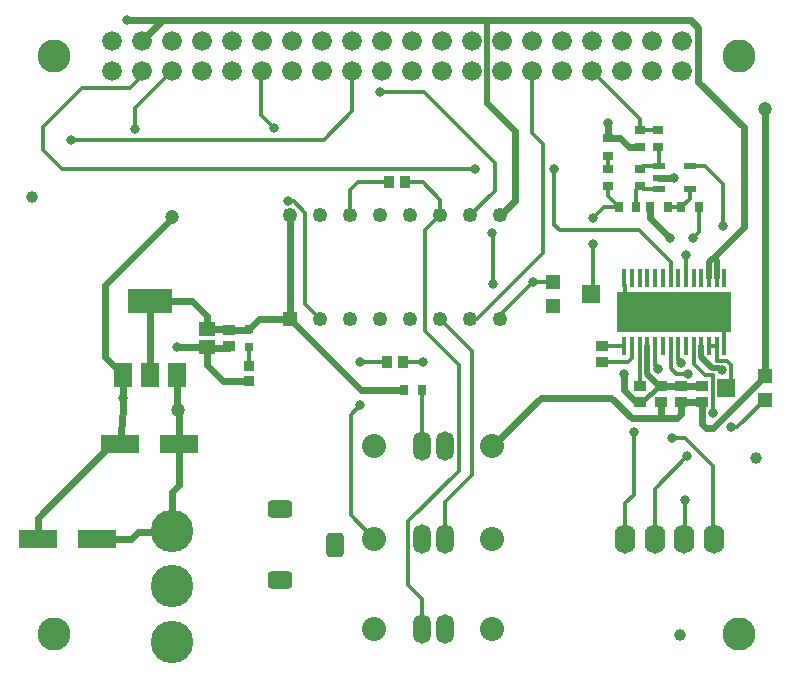
<source format=gtl>
G04*
G04 #@! TF.GenerationSoftware,Altium Limited,Altium Designer,18.1.7 (191)*
G04*
G04 Layer_Physical_Order=1*
G04 Layer_Color=255*
%FSLAX25Y25*%
%MOIN*%
G70*
G01*
G75*
%ADD17R,0.04724X0.04724*%
%ADD18R,0.05906X0.06299*%
%ADD19R,0.03543X0.02756*%
%ADD20R,0.02756X0.03543*%
%ADD21R,0.03937X0.02362*%
G04:AMPARAMS|DCode=22|XSize=39.37mil|YSize=39.37mil|CornerRadius=19.68mil|HoleSize=0mil|Usage=FLASHONLY|Rotation=0.000|XOffset=0mil|YOffset=0mil|HoleType=Round|Shape=RoundedRectangle|*
%AMROUNDEDRECTD22*
21,1,0.03937,0.00000,0,0,0.0*
21,1,0.00000,0.03937,0,0,0.0*
1,1,0.03937,0.00000,0.00000*
1,1,0.03937,0.00000,0.00000*
1,1,0.03937,0.00000,0.00000*
1,1,0.03937,0.00000,0.00000*
%
%ADD22ROUNDEDRECTD22*%
%ADD23R,0.03543X0.03937*%
%ADD24R,0.03740X0.03347*%
%ADD25R,0.03150X0.03150*%
%ADD26R,0.05512X0.05118*%
%ADD27R,0.03937X0.03543*%
%ADD28R,0.14961X0.07874*%
%ADD29R,0.05906X0.07874*%
%ADD30R,0.12598X0.06299*%
G04:AMPARAMS|DCode=31|XSize=61.81mil|YSize=16.14mil|CornerRadius=2.02mil|HoleSize=0mil|Usage=FLASHONLY|Rotation=90.000|XOffset=0mil|YOffset=0mil|HoleType=Round|Shape=RoundedRectangle|*
%AMROUNDEDRECTD31*
21,1,0.06181,0.01211,0,0,90.0*
21,1,0.05778,0.01614,0,0,90.0*
1,1,0.00404,0.00605,0.02889*
1,1,0.00404,0.00605,-0.02889*
1,1,0.00404,-0.00605,-0.02889*
1,1,0.00404,-0.00605,0.02889*
%
%ADD31ROUNDEDRECTD31*%
%ADD47R,0.38189X0.13386*%
%ADD57C,0.02000*%
%ADD63C,0.01378*%
%ADD64C,0.02402*%
%ADD65C,0.01968*%
%ADD66C,0.01772*%
%ADD67O,0.06890X0.09843*%
G04:AMPARAMS|DCode=68|XSize=82.68mil|YSize=59.06mil|CornerRadius=14.76mil|HoleSize=0mil|Usage=FLASHONLY|Rotation=180.000|XOffset=0mil|YOffset=0mil|HoleType=Round|Shape=RoundedRectangle|*
%AMROUNDEDRECTD68*
21,1,0.08268,0.02953,0,0,180.0*
21,1,0.05315,0.05906,0,0,180.0*
1,1,0.02953,-0.02657,0.01476*
1,1,0.02953,0.02657,0.01476*
1,1,0.02953,0.02657,-0.01476*
1,1,0.02953,-0.02657,-0.01476*
%
%ADD68ROUNDEDRECTD68*%
G04:AMPARAMS|DCode=69|XSize=82.68mil|YSize=59.06mil|CornerRadius=14.76mil|HoleSize=0mil|Usage=FLASHONLY|Rotation=270.000|XOffset=0mil|YOffset=0mil|HoleType=Round|Shape=RoundedRectangle|*
%AMROUNDEDRECTD69*
21,1,0.08268,0.02953,0,0,270.0*
21,1,0.05315,0.05906,0,0,270.0*
1,1,0.02953,-0.01476,-0.02657*
1,1,0.02953,-0.01476,0.02657*
1,1,0.02953,0.01476,0.02657*
1,1,0.02953,0.01476,-0.02657*
%
%ADD69ROUNDEDRECTD69*%
%ADD70C,0.14173*%
%ADD71O,0.05906X0.09843*%
%ADD72C,0.08000*%
%ADD73R,0.04921X0.04921*%
%ADD74C,0.04921*%
%ADD75C,0.06600*%
%ADD76C,0.11024*%
%ADD77C,0.03150*%
%ADD78C,0.04724*%
D17*
X279921Y231102D02*
D03*
Y223228D02*
D03*
X350591Y199803D02*
D03*
Y191929D02*
D03*
D18*
X292717Y227165D02*
D03*
X337795Y195866D02*
D03*
D19*
X298347Y263189D02*
D03*
X298347Y269094D02*
D03*
X309173Y276181D02*
D03*
X309173Y282087D02*
D03*
X315079Y282087D02*
D03*
X315079Y276181D02*
D03*
X309173Y269094D02*
D03*
Y263189D02*
D03*
X298347Y273425D02*
D03*
X298347Y279331D02*
D03*
D20*
X307796Y256299D02*
D03*
X301890Y256299D02*
D03*
X322756Y256299D02*
D03*
X328662Y256299D02*
D03*
X312323Y256299D02*
D03*
X318229Y256299D02*
D03*
X230512Y195276D02*
D03*
X236417D02*
D03*
D21*
X315236Y269783D02*
D03*
X315236Y266043D02*
D03*
X315236Y262303D02*
D03*
X325551Y262303D02*
D03*
X325551Y269783D02*
D03*
D22*
X347638Y172441D02*
D03*
X322441Y113595D02*
D03*
X106500Y259500D02*
D03*
D23*
X224803Y204724D02*
D03*
X230118D02*
D03*
X225295Y264567D02*
D03*
X230610D02*
D03*
D24*
X178740Y203346D02*
D03*
Y198228D02*
D03*
D25*
X178740Y209646D02*
D03*
Y215551D02*
D03*
D26*
X164567Y215748D02*
D03*
Y209449D02*
D03*
D27*
X172047Y215256D02*
D03*
Y209941D02*
D03*
X309055Y196555D02*
D03*
X309055Y191240D02*
D03*
X296260Y209961D02*
D03*
Y204646D02*
D03*
X329736Y196555D02*
D03*
Y191240D02*
D03*
X322835Y196555D02*
D03*
Y191240D02*
D03*
X315984Y196555D02*
D03*
Y191240D02*
D03*
D28*
X145669Y225000D02*
D03*
D29*
X154724Y200197D02*
D03*
X145669D02*
D03*
X136614D02*
D03*
D30*
X108268Y145669D02*
D03*
X127953D02*
D03*
X135827Y177165D02*
D03*
X155512D02*
D03*
D31*
X303839Y232559D02*
D03*
X306398D02*
D03*
X308957D02*
D03*
X311516D02*
D03*
X314075D02*
D03*
X316634D02*
D03*
X319193D02*
D03*
X321752D02*
D03*
X324311D02*
D03*
X326870D02*
D03*
X329429D02*
D03*
X331988D02*
D03*
X334547D02*
D03*
X337106D02*
D03*
Y209961D02*
D03*
X334547D02*
D03*
X331988D02*
D03*
X329429D02*
D03*
X326870D02*
D03*
X324311D02*
D03*
X321752Y209961D02*
D03*
X319193Y209961D02*
D03*
X316634D02*
D03*
X314075D02*
D03*
X311516D02*
D03*
X308957D02*
D03*
X306398D02*
D03*
X303839D02*
D03*
D47*
X320472Y221260D02*
D03*
D57*
X303937Y225984D02*
D03*
Y221260D02*
D03*
Y216535D02*
D03*
X308661Y225984D02*
D03*
Y221260D02*
D03*
X308662Y216535D02*
D03*
X313386Y225984D02*
D03*
Y221260D02*
D03*
X313386Y216535D02*
D03*
X337008Y225984D02*
D03*
X337008Y221260D02*
D03*
Y216535D02*
D03*
X332283Y225984D02*
D03*
X332284Y221260D02*
D03*
Y216535D02*
D03*
X327559Y225984D02*
D03*
X327559Y221260D02*
D03*
X327559Y216535D02*
D03*
X322835Y225984D02*
D03*
Y221260D02*
D03*
Y216535D02*
D03*
X318110Y225984D02*
D03*
Y221260D02*
D03*
X318110Y216535D02*
D03*
D63*
X222500Y294488D02*
X237008D01*
X260630Y270866D01*
Y261673D02*
Y270866D01*
X252500Y253543D02*
X260630Y261673D01*
X262500Y220281D02*
X273321Y231102D01*
X273321Y231102D01*
X279921D01*
X336614Y250000D02*
Y263779D01*
X330610Y269783D02*
X336614Y263779D01*
X325551Y269783D02*
X330610D01*
X276746Y240919D02*
Y277300D01*
X254724Y218898D02*
X276746Y240919D01*
X252500Y218898D02*
X254724D01*
X260000Y230709D02*
Y247480D01*
X259842Y247638D02*
X260000Y247480D01*
X326772Y246063D02*
X328662Y247953D01*
Y256299D01*
X116433Y269000D02*
X253937D01*
X308642Y248445D02*
X319193Y237894D01*
X282264Y248445D02*
X308642D01*
X280315Y250394D02*
X282264Y248445D01*
X292717Y227165D02*
X293307Y227756D01*
Y243800D01*
Y252638D02*
X296969Y256299D01*
X301890D01*
X292953Y301693D02*
X309173Y285473D01*
Y282087D02*
Y285473D01*
X298347Y259843D02*
X301890Y256299D01*
X298347Y259843D02*
Y263189D01*
X298347Y273425D02*
X298347Y273425D01*
Y269094D02*
Y273425D01*
X309173Y282087D02*
X309173Y282087D01*
X315079D01*
X309173Y263189D02*
X310059Y262303D01*
X315236D01*
X322756Y256299D02*
X325551Y259095D01*
Y262303D01*
X322756Y256299D02*
X322756Y256299D01*
X318229Y256299D02*
X322756D01*
X307796Y256299D02*
Y261811D01*
X309173Y263189D01*
Y269094D02*
X309862Y269783D01*
X315236D01*
X315079Y276181D02*
X315236Y276024D01*
Y269783D02*
Y276024D01*
X280315Y250394D02*
Y268911D01*
X319193Y232559D02*
Y237894D01*
X333465Y145669D02*
Y169835D01*
X324166Y179134D02*
X333465Y169835D01*
X323917Y145669D02*
Y158595D01*
X313976Y145669D02*
Y162402D01*
Y142618D02*
Y145669D01*
Y162402D02*
X324803Y173228D01*
X313976Y142618D02*
X314862Y141732D01*
X306988Y160335D02*
Y181118D01*
X304134Y157480D02*
X306988Y160335D01*
X304134Y145669D02*
Y157480D01*
X333300Y187700D02*
Y200197D01*
X330673D02*
X333300D01*
X326870Y204000D02*
X330673Y200197D01*
X182795Y286805D02*
Y301693D01*
Y286805D02*
X187000Y282600D01*
X212953Y301693D02*
X212992Y301654D01*
Y288189D02*
Y301654D01*
X119290Y278755D02*
X203558D01*
X212992Y288189D01*
X319685Y179134D02*
X324166D01*
X337008Y221260D02*
Y223600D01*
X322835Y221260D02*
Y225984D01*
X332284Y216535D02*
Y221260D01*
X327559Y218800D02*
Y221260D01*
X322835Y216535D02*
Y221260D01*
X313386D02*
Y225984D01*
X303839Y230300D02*
X303937D01*
Y221260D02*
Y225984D01*
Y216535D02*
Y221260D01*
X331988Y209900D02*
X334547D01*
X212598Y187008D02*
X215748Y190157D01*
X212598Y153543D02*
Y187008D01*
Y153543D02*
X220472Y145669D01*
X236614Y204724D02*
X236614Y204724D01*
X230118Y204724D02*
X236614D01*
X140551Y289291D02*
X152953Y301693D01*
X140551Y282283D02*
Y289291D01*
X191600Y258300D02*
X193600D01*
X272953Y281093D02*
Y301693D01*
Y281093D02*
X276746Y277300D01*
X242500Y218898D02*
X253150Y208248D01*
Y166929D02*
Y208248D01*
X244094Y157874D02*
X253150Y166929D01*
X244094Y145669D02*
Y157874D01*
X110000Y275433D02*
X116433Y269000D01*
X110000Y275433D02*
Y283000D01*
X123000Y296000D01*
X248600Y168400D02*
Y203762D01*
X237402Y214961D02*
X248600Y203762D01*
X237402Y214961D02*
Y248445D01*
X182795Y301693D02*
X182953D01*
X162953Y299953D02*
Y301693D01*
X178800Y203346D02*
Y209646D01*
X334547Y205019D02*
Y209900D01*
X339428Y182800D02*
X341461D01*
X350591Y191929D01*
X324311Y232559D02*
Y240400D01*
X197500Y223898D02*
X202500Y218898D01*
X197500Y223898D02*
Y254400D01*
X193600Y258300D02*
X197500Y254400D01*
X326870Y204000D02*
Y209961D01*
X314075Y203225D02*
X315100Y202200D01*
X314075Y203225D02*
Y209961D01*
X339428Y197244D02*
Y203750D01*
X338159Y205019D02*
X339428Y203750D01*
X334547Y205019D02*
X338159D01*
X319193Y202500D02*
Y209961D01*
Y202500D02*
X320993Y200700D01*
X325000D01*
X321752Y205248D02*
Y209961D01*
Y205248D02*
X322800Y204200D01*
X237402Y248445D02*
X242500Y253543D01*
X231700Y151500D02*
X248600Y168400D01*
X231700Y130120D02*
Y151500D01*
Y130120D02*
X236220Y125600D01*
Y115440D02*
Y125600D01*
X215800Y204724D02*
X224803D01*
X244094Y143700D02*
Y145669D01*
X230118Y203318D02*
Y204724D01*
X306398Y206043D02*
Y209961D01*
X305000Y204646D02*
X306398Y206043D01*
X296260Y204646D02*
X305000D01*
X242500Y253543D02*
Y258667D01*
X236600Y264567D02*
X242500Y258667D01*
X230610Y264567D02*
X236600D01*
X212500Y253543D02*
Y262067D01*
X215000Y264567D01*
X225295D01*
X337008Y216535D02*
X337106Y216437D01*
Y209961D02*
Y216437D01*
X303839Y230300D02*
Y232559D01*
X303937Y225984D02*
Y230300D01*
X178740Y209646D02*
X178800D01*
X178740Y203346D02*
X178800D01*
X334547Y209900D02*
Y209961D01*
X331988Y209900D02*
Y209961D01*
X337008Y223600D02*
Y225984D01*
X337008Y223600D02*
X337008Y223600D01*
X327559Y218800D02*
X327559Y218800D01*
Y216535D02*
Y218800D01*
X320472Y221260D02*
X322835D01*
X318110D02*
X320472D01*
X296260Y209961D02*
X303839D01*
X308957Y203298D02*
Y209961D01*
Y203298D02*
X309055Y203200D01*
Y196555D02*
Y203200D01*
X236417Y185897D02*
Y195276D01*
X236220Y185700D02*
X236417Y185897D01*
X236220Y176516D02*
Y185700D01*
X262953Y311047D02*
Y311693D01*
X242953Y310547D02*
Y311693D01*
X232693D02*
X232953D01*
X212953Y308953D02*
Y311693D01*
X142953Y299953D02*
Y301693D01*
X139000Y296000D02*
X142953Y299953D01*
X123000Y296000D02*
X139000D01*
D64*
X312323Y252638D02*
X318898Y246063D01*
X312323Y252638D02*
Y256299D01*
X298347Y284252D02*
X298347Y284252D01*
X298347Y279331D02*
Y284252D01*
X320393Y266043D02*
X320393Y266043D01*
X315236Y266043D02*
X320393D01*
X305512Y276181D02*
X309173D01*
X302362Y279331D02*
X305512Y276181D01*
X298347Y279331D02*
X302362D01*
X164567Y215748D02*
X172047D01*
Y215256D02*
X178740D01*
X267323Y258366D02*
Y281677D01*
X262500Y253543D02*
X267323Y258366D01*
X258100Y290900D02*
X267323Y281677D01*
X130709Y230315D02*
X153100Y252706D01*
X164567Y209400D02*
X172047D01*
X154649Y209449D02*
X164567D01*
X136614Y188987D02*
Y200197D01*
X108200Y145669D02*
Y152665D01*
X350591Y199803D02*
Y288976D01*
X350590Y288976D02*
X350591Y288976D01*
X328500Y298062D02*
X343701Y282861D01*
Y249519D02*
Y282861D01*
X333465Y239283D02*
X343701Y249519D01*
X328500Y298062D02*
Y316000D01*
X258002Y290900D02*
X258100D01*
X258002Y318500D02*
X326000D01*
X149760D02*
X258002D01*
X258100Y318504D01*
X306299Y185827D02*
X316142D01*
X299426Y192700D02*
X306299Y185827D01*
X276027Y192700D02*
X299426D01*
X322835Y187401D02*
Y191240D01*
X321260Y185827D02*
X322835Y187401D01*
X316142Y185827D02*
X321260D01*
X315984Y185984D02*
X316142Y185827D01*
X315984Y185984D02*
Y191240D01*
X333465Y182677D02*
X350591Y199803D01*
X331102Y182677D02*
X333465D01*
X329736Y184043D02*
X331102Y182677D01*
X329736Y184043D02*
Y191240D01*
X216122Y195276D02*
X230512D01*
X192500Y218898D02*
X216122Y195276D01*
X130709Y206102D02*
Y230315D01*
Y206102D02*
X136614Y200197D01*
X259843Y176516D02*
X276027Y192700D01*
X138000Y318500D02*
X149760D01*
X164567Y209400D02*
Y209449D01*
Y203661D02*
Y209400D01*
X307654Y191240D02*
X309055D01*
X303700Y195194D02*
X307654Y191240D01*
X303700Y195194D02*
Y200600D01*
X315500Y196555D02*
X315984D01*
X309055Y191240D02*
X309800D01*
X182087Y218898D02*
X192500D01*
X178740Y215551D02*
X182087Y218898D01*
X135827Y177165D02*
X136614Y188987D01*
X315984Y196555D02*
X322835D01*
X170000Y198228D02*
X178740D01*
X164567Y203661D02*
X170000Y198228D01*
X322835Y191240D02*
X329736D01*
X322835Y196555D02*
X329736D01*
X108200Y145669D02*
X108268D01*
X108200Y152665D02*
X132700Y177165D01*
X135827D01*
X164567Y215748D02*
Y220000D01*
X159567Y225000D02*
X164567Y220000D01*
X145669Y225000D02*
X159567D01*
X172047Y209400D02*
Y209941D01*
Y215256D02*
Y215748D01*
X178740Y215256D02*
Y215551D01*
X192500Y218898D02*
Y253543D01*
X145669Y212500D02*
Y225000D01*
Y212500D02*
X145669Y212500D01*
Y200197D02*
Y212500D01*
X154724Y188987D02*
Y200197D01*
Y188987D02*
X155512Y188200D01*
Y177165D02*
Y188200D01*
Y163721D02*
Y177165D01*
X153091Y161300D02*
X155512Y163721D01*
X153091Y148031D02*
Y161300D01*
X141662Y148031D02*
X153091D01*
X139300Y145669D02*
X141662Y148031D01*
X127953Y145669D02*
X139300D01*
X292953Y310047D02*
Y311693D01*
X326000Y318500D02*
X328500Y316000D01*
X142953Y311693D02*
X149760Y318500D01*
D65*
X258002Y290900D02*
Y318500D01*
X333465Y239283D02*
X334547Y238200D01*
X331988Y237806D02*
X333465Y239283D01*
X331988Y232559D02*
Y237806D01*
X334547Y232559D02*
Y238200D01*
X335500Y202700D02*
X336300Y201900D01*
X333000Y202700D02*
X335500D01*
X329429Y206271D02*
X333000Y202700D01*
X329429Y206271D02*
Y209961D01*
X311516Y200539D02*
Y209961D01*
Y200539D02*
X315500Y196555D01*
D66*
X309800Y191240D02*
X315500Y196555D01*
D67*
X323819Y145669D02*
D03*
X304134D02*
D03*
X313976D02*
D03*
X333661D02*
D03*
D68*
X188976Y155512D02*
D03*
Y131890D02*
D03*
D69*
X207480Y143701D02*
D03*
D70*
X153091Y111417D02*
D03*
Y148425D02*
D03*
Y129921D02*
D03*
D71*
X244094Y115440D02*
D03*
X236220D02*
D03*
X244094Y145669D02*
D03*
X236220D02*
D03*
X244094Y176516D02*
D03*
X236220D02*
D03*
D72*
X220472Y176516D02*
D03*
X259843D02*
D03*
X220472Y145669D02*
D03*
X259843D02*
D03*
X220472Y115441D02*
D03*
X259843D02*
D03*
D73*
X192500Y218898D02*
D03*
D74*
X202500D02*
D03*
X212500D02*
D03*
X222500D02*
D03*
X232500D02*
D03*
X242500D02*
D03*
X252500D02*
D03*
X262500D02*
D03*
Y253543D02*
D03*
X252500D02*
D03*
X242500Y253543D02*
D03*
X232500Y253543D02*
D03*
X222500D02*
D03*
X212500D02*
D03*
X202500D02*
D03*
X192500Y253543D02*
D03*
D75*
X132953Y301693D02*
D03*
Y311693D02*
D03*
X142953Y301693D02*
D03*
Y311693D02*
D03*
X152953Y301693D02*
D03*
Y311693D02*
D03*
X162953Y301693D02*
D03*
Y311693D02*
D03*
X172953Y301693D02*
D03*
Y311693D02*
D03*
X182953Y301693D02*
D03*
Y311693D02*
D03*
X192953Y301693D02*
D03*
Y311693D02*
D03*
X202953Y301693D02*
D03*
Y311693D02*
D03*
X212953Y301693D02*
D03*
Y311693D02*
D03*
X222953Y301693D02*
D03*
Y311693D02*
D03*
X232953Y301693D02*
D03*
Y311693D02*
D03*
X242953Y301693D02*
D03*
Y311693D02*
D03*
X252953Y301693D02*
D03*
Y311693D02*
D03*
X262953Y301693D02*
D03*
Y311693D02*
D03*
X272953Y301693D02*
D03*
Y311693D02*
D03*
X282953Y301693D02*
D03*
Y311693D02*
D03*
X292953Y301693D02*
D03*
Y311693D02*
D03*
X302953Y301693D02*
D03*
Y311693D02*
D03*
X312953Y301693D02*
D03*
Y311693D02*
D03*
X322953Y301693D02*
D03*
Y311693D02*
D03*
D76*
X113780Y113780D02*
D03*
Y306693D02*
D03*
X342126D02*
D03*
Y113780D02*
D03*
D77*
X222500Y294488D02*
D03*
X273321Y231102D02*
D03*
X336614Y250000D02*
D03*
X260000Y230709D02*
D03*
X326772Y246063D02*
D03*
X293307Y243800D02*
D03*
Y252638D02*
D03*
X318898Y246063D02*
D03*
X298347Y284252D02*
D03*
X320393Y266043D02*
D03*
X253937Y268898D02*
D03*
X280315Y268911D02*
D03*
X119291Y278740D02*
D03*
X319685Y179134D02*
D03*
X306988Y181118D02*
D03*
X215748Y190157D02*
D03*
X259842Y247638D02*
D03*
X236614Y204724D02*
D03*
X140551Y282283D02*
D03*
X191600Y258300D02*
D03*
X324803Y173228D02*
D03*
X154724Y209449D02*
D03*
X136614Y192520D02*
D03*
X187000Y282600D02*
D03*
X339428Y182800D02*
D03*
X303700Y200600D02*
D03*
X336300Y201900D02*
D03*
X324311Y240400D02*
D03*
X333300Y187700D02*
D03*
X323917Y158595D02*
D03*
X315100Y202200D02*
D03*
X325000Y200700D02*
D03*
X322800Y204200D02*
D03*
X138000Y318500D02*
D03*
X215800Y204724D02*
D03*
D78*
X155118Y188594D02*
D03*
X350590Y288976D02*
D03*
X153017Y252788D02*
D03*
M02*

</source>
